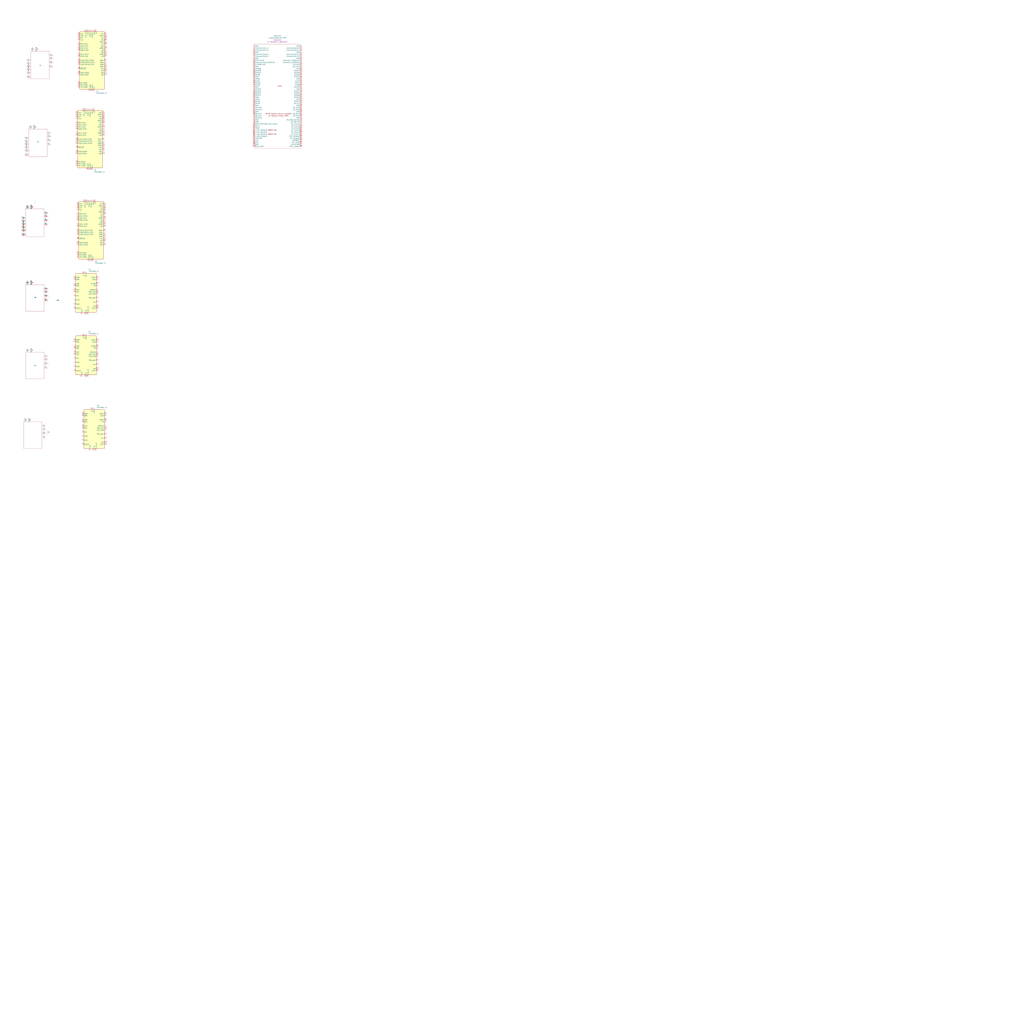
<source format=kicad_sch>
(kicad_sch (version 20250114) (generator "eeschema") (generator_version "9.0")
  (paper "User" 1270 1270)
  (lib_symbols
    (symbol "CM5IO:ComputeModule5-CM5"
      (property "Reference" "Module" (at 113.03 -68.58 0))
      (property "Value" "ComputeModule5-CM5" (at 140.97 2.54 0))
      (property "Field4" "Amphenol" (at 0 0 0))
      (property "Field5" "2x 10164227-1001A1RLF" (at 0 -2.54 0))
      (symbol "ComputeModule5-CM5_1_0"
        (text "GPIO" (at 0 6.35 0) (effects (font (size 1.27 1.27))))
      )
      (symbol "ComputeModule5-CM5_1_1"
        (rectangle (start -30.48 -71.12) (end 25.4 58.42))
        (text "600mA Max" (at -8.89 -48.26 0) (effects (font (size 1.27 1.27))))
        (text "600mA Max" (at -8.89 -53.34 0) (effects (font (size 1.27 1.27))))
        (text "NB SD signals are only available" (at -1.27 -27.94 0) (effects (font (size 1.27 1.27))))
        (text "on modules without eMMC" (at -1.27 -30.48 0) (effects (font (size 1.27 1.27))))
        (pin power_in line (at -33.02 55.88 0) (length 2.54) (name "GND") (number "2"))
        (pin passive line (at -33.02 53.34 0) (length 2.54) (name "Ethernet_Pair1_P") (number "4"))
        (pin passive line (at -33.02 50.8 0) (length 2.54) (name "Ethernet_Pair1_N") (number "6"))
        (pin power_in line (at -33.02 48.26 0) (length 2.54) (name "GND") (number "8"))
        (pin passive line (at -33.02 45.72 0) (length 2.54) (name "Ethernet_Pair0_N") (number "10"))
        (pin passive line (at -33.02 43.18 0) (length 2.54) (name "Ethernet_Pair0_P") (number "12"))
        (pin power_in line (at -33.02 40.64 0) (length 2.54) (name "GND") (number "14"))
        (pin input line (at -33.02 38.1 0) (length 2.54) (name "FAN_TACHO") (number "16"))
        (pin input line (at -33.02 35.56 0) (length 2.54) (name "Ethernet_SYNC_OUT(3.3v)") (number "18"))
        (pin passive line (at -33.02 33.02 0) (length 2.54) (name "EEPROM_nWP") (number "20"))
        (pin power_in line (at -33.02 30.48 0) (length 2.54) (name "GND") (number "22"))
        (pin passive line (at -33.02 27.94 0) (length 2.54) (name "GPIO26") (number "24"))
        (pin passive line (at -33.02 25.4 0) (length 2.54) (name "GPIO19") (number "26"))
        (pin passive line (at -33.02 22.86 0) (length 2.54) (name "GPIO13") (number "28"))
        (pin passive line (at -33.02 20.32 0) (length 2.54) (name "GPIO6") (number "30"))
        (pin power_in line (at -33.02 17.78 0) (length 2.54) (name "GND") (number "32"))
        (pin passive line (at -33.02 15.24 0) (length 2.54) (name "GPIO5") (number "34"))
        (pin passive line (at -33.02 12.7 0) (length 2.54) (name "ID_SD") (number "36"))
        (pin passive line (at -33.02 10.16 0) (length 2.54) (name "GPIO11") (number "38"))
        (pin passive line (at -33.02 7.62 0) (length 2.54) (name "GPIO9") (number "40"))
        (pin power_in line (at -33.02 5.08 0) (length 2.54) (name "GND") (number "42"))
        (pin passive line (at -33.02 2.54 0) (length 2.54) (name "GPIO10") (number "44"))
        (pin passive line (at -33.02 0 0) (length 2.54) (name "GPIO22") (number "46"))
        (pin passive line (at -33.02 -2.54 0) (length 2.54) (name "GPIO27") (number "48"))
        (pin passive line (at -33.02 -5.08 0) (length 2.54) (name "GPIO17") (number "50"))
        (pin power_in line (at -33.02 -7.62 0) (length 2.54) (name "GND") (number "52"))
        (pin passive line (at -33.02 -10.16 0) (length 2.54) (name "GPIO4") (number "54"))
        (pin passive line (at -33.02 -12.7 0) (length 2.54) (name "GPIO3") (number "56"))
        (pin passive line (at -33.02 -15.24 0) (length 2.54) (name "GPIO2") (number "58"))
        (pin power_in line (at -33.02 -17.78 0) (length 2.54) (name "GND") (number "60"))
        (pin passive line (at -33.02 -20.32 0) (length 2.54) (name "SD_CMD") (number "62"))
        (pin passive line (at -33.02 -22.86 0) (length 2.54) (name "SD_DAT5") (number "64"))
        (pin power_in line (at -33.02 -25.4 0) (length 2.54) (name "GND") (number "66"))
        (pin passive line (at -33.02 -27.94 0) (length 2.54) (name "SD_DAT4") (number "68"))
        (pin passive line (at -33.02 -30.48 0) (length 2.54) (name "SD_DAT7") (number "70"))
        (pin passive line (at -33.02 -33.02 0) (length 2.54) (name "SD_DAT6") (number "72"))
        (pin power_in line (at -33.02 -35.56 0) (length 2.54) (name "GND") (number "74"))
        (pin passive line (at -33.02 -38.1 0) (length 2.54) (name "VBAT") (number "76"))
        (pin power_in line (at -33.02 -40.64 0) (length 2.54) (name "GPIO_VREF(1.8v/3.3v_Input)") (number "78"))
        (pin passive line (at -33.02 -43.18 0) (length 2.54) (name "SCL0") (number "80"))
        (pin passive line (at -33.02 -45.72 0) (length 2.54) (name "SDA0") (number "82"))
        (pin power_out line (at -33.02 -48.26 0) (length 2.54) (name "+3.3v_(Output)") (number "84"))
        (pin passive line (at -33.02 -50.8 0) (length 2.54) (name "+3.3v_(Output)") (number "86"))
        (pin power_out line (at -33.02 -53.34 0) (length 2.54) (name "+1.8v_(Output)") (number "88"))
        (pin passive line (at -33.02 -55.88 0) (length 2.54) (name "+1.8v_(Output)") (number "90"))
        (pin passive line (at -33.02 -58.42 0) (length 2.54) (name "PWR_BUT") (number "92"))
        (pin passive line (at -33.02 -60.96 0) (length 2.54) (name "CC1") (number "94"))
        (pin passive line (at -33.02 -63.5 0) (length 2.54) (name "CC2") (number "96"))
        (pin power_in line (at -33.02 -66.04 0) (length 2.54) (name "GND") (number "98"))
        (pin passive line (at -33.02 -68.58 0) (length 2.54) (name "CAM_GPIO1") (number "100"))
        (pin power_in line (at 27.94 55.88 180) (length 2.54) (name "GND") (number "1"))
        (pin passive line (at 27.94 53.34 180) (length 2.54) (name "Ethernet_Pair3_P") (number "3"))
        (pin passive line (at 27.94 50.8 180) (length 2.54) (name "Ethernet_Pair3_N") (number "5"))
        (pin power_in line (at 27.94 48.26 180) (length 2.54) (name "GND") (number "7"))
        (pin passive line (at 27.94 45.72 180) (length 2.54) (name "Ethernet_Pair2_N") (number "9"))
        (pin passive line (at 27.94 43.18 180) (length 2.54) (name "Ethernet_Pair2_P") (number "11"))
        (pin power_in line (at 27.94 40.64 180) (length 2.54) (name "GND") (number "13"))
        (pin output line (at 27.94 38.1 180) (length 2.54) (name "Ethernet_nLED3(3.3v)") (number "15"))
        (pin output line (at 27.94 35.56 180) (length 2.54) (name "Ethernet_nLED2(3.3v)") (number "17"))
        (pin output line (at 27.94 33.02 180) (length 2.54) (name "FAN_PWM") (number "19"))
        (pin open_collector line (at 27.94 30.48 180) (length 2.54) (name "LED_nACT") (number "21"))
        (pin power_in line (at 27.94 27.94 180) (length 2.54) (name "GND") (number "23"))
        (pin passive line (at 27.94 25.4 180) (length 2.54) (name "GPIO21") (number "25"))
        (pin passive line (at 27.94 22.86 180) (length 2.54) (name "GPIO20") (number "27"))
        (pin passive line (at 27.94 20.32 180) (length 2.54) (name "GPIO16") (number "29"))
        (pin passive line (at 27.94 17.78 180) (length 2.54) (name "GPIO12") (number "31"))
        (pin power_in line (at 27.94 15.24 180) (length 2.54) (name "GND") (number "33"))
        (pin passive line (at 27.94 12.7 180) (length 2.54) (name "ID_SC") (number "35"))
        (pin passive line (at 27.94 10.16 180) (length 2.54) (name "GPIO7") (number "37"))
        (pin passive line (at 27.94 7.62 180) (length 2.54) (name "GPIO8") (number "39"))
        (pin passive line (at 27.94 5.08 180) (length 2.54) (name "GPIO25") (number "41"))
        (pin power_in line (at 27.94 2.54 180) (length 2.54) (name "GND") (number "43"))
        (pin passive line (at 27.94 0 180) (length 2.54) (name "GPIO24") (number "45"))
        (pin passive line (at 27.94 -2.54 180) (length 2.54) (name "GPIO23") (number "47"))
        (pin passive line (at 27.94 -5.08 180) (length 2.54) (name "GPIO18") (number "49"))
        (pin passive line (at 27.94 -7.62 180) (length 2.54) (name "GPIO15") (number "51"))
        (pin power_in line (at 27.94 -10.16 180) (length 2.54) (name "GND") (number "53"))
        (pin passive line (at 27.94 -12.7 180) (length 2.54) (name "GPIO14") (number "55"))
        (pin passive line (at 27.94 -15.24 180) (length 2.54) (name "SD_CLK") (number "57"))
        (pin power_in line (at 27.94 -17.78 180) (length 2.54) (name "GND") (number "59"))
        (pin passive line (at 27.94 -20.32 180) (length 2.54) (name "SD_DAT3") (number "61"))
        (pin passive line (at 27.94 -22.86 180) (length 2.54) (name "SD_DAT0") (number "63"))
        (pin power_in line (at 27.94 -25.4 180) (length 2.54) (name "GND") (number "65"))
        (pin passive line (at 27.94 -27.94 180) (length 2.54) (name "SD_DAT1") (number "67"))
        (pin passive line (at 27.94 -30.48 180) (length 2.54) (name "SD_DAT2") (number "69"))
        (pin power_in line (at 27.94 -33.02 180) (length 2.54) (name "GND") (number "71"))
        (pin input line (at 27.94 -35.56 180) (length 2.54) (name "SD_VDD_Override") (number "73"))
        (pin output line (at 27.94 -38.1 180) (length 2.54) (name "SD_PWR_ON") (number "75"))
        (pin power_in line (at 27.94 -40.64 180) (length 2.54) (name "+5v_(Input)") (number "77"))
        (pin power_in line (at 27.94 -43.18 180) (length 2.54) (name "+5v_(Input)") (number "79"))
        (pin power_in line (at 27.94 -45.72 180) (length 2.54) (name "+5v_(Input)") (number "81"))
        (pin power_in line (at 27.94 -48.26 180) (length 2.54) (name "+5v_(Input)") (number "83"))
        (pin power_in line (at 27.94 -50.8 180) (length 2.54) (name "+5v_(Input)") (number "85"))
        (pin power_in line (at 27.94 -53.34 180) (length 2.54) (name "+5v_(Input)") (number "87"))
        (pin input line (at 27.94 -55.88 180) (length 2.54) (name "WiFi_nDisable") (number "89"))
        (pin input line (at 27.94 -58.42 180) (length 2.54) (name "BT_nDisable") (number "91"))
        (pin input line (at 27.94 -60.96 180) (length 2.54) (name "nRPIBOOT") (number "93"))
        (pin output line (at 27.94 -63.5 180) (length 2.54) (name "LED_nPWR") (number "95"))
        (pin passive line (at 27.94 -66.04 180) (length 2.54) (name "CAM_GPIO0") (number "97"))
        (pin input line (at 27.94 -68.58 180) (length 2.54) (name "PMIC_ENABLE") (number "99"))
      )
      (symbol "ComputeModule5-CM5_2_1"
        (rectangle (start 114.3 -66.04) (end 165.1 63.5))
        (text "High Speed Serial" (at 140.97 0 0) (effects (font (size 1.27 1.27))))
        (pin input line (at 109.22 60.96 0) (length 5.08) (name "PCIe_nCLKREQ") (number "102"))
        (pin input line (at 109.22 58.42 0) (length 5.08) (name "PCIE_nWAKE") (number "104"))
        (pin output line (at 109.22 55.88 0) (length 5.08) (name "PCIE_PWR_EN") (number "106"))
        (pin power_in line (at 109.22 53.34 0) (length 5.08) (name "GND") (number "108"))
        (pin output line (at 109.22 50.8 0) (length 5.08) (name "PCIe_CLK_P") (number "110"))
        (pin output line (at 109.22 48.26 0) (length 5.08) (name "PCIe_CLK_N") (number "112"))
        (pin power_in line (at 109.22 45.72 0) (length 5.08) (name "GND") (number "114"))
        (pin input line (at 109.22 43.18 0) (length 5.08) (name "PCIe_RX_P") (number "116"))
        (pin input line (at 109.22 40.64 0) (length 5.08) (name "PCIe_RX_N") (number "118"))
        (pin power_in line (at 109.22 38.1 0) (length 5.08) (name "GND") (number "120"))
        (pin output line (at 109.22 35.56 0) (length 5.08) (name "PCIe_TX_P") (number "122"))
        (pin output line (at 109.22 33.02 0) (length 5.08) (name "PCIe_TX_N") (number "124"))
        (pin power_in line (at 109.22 30.48 0) (length 5.08) (name "GND") (number "126"))
        (pin input line (at 109.22 27.94 0) (length 5.08) (name "USB3-0-RX_N") (number "128"))
        (pin input line (at 109.22 25.4 0) (length 5.08) (name "USB3-0-RX_P") (number "130"))
        (pin power_in line (at 109.22 22.86 0) (length 5.08) (name "GND") (number "132"))
        (pin passive line (at 109.22 20.32 0) (length 5.08) (name "USB3-0-D_P") (number "134"))
        (pin passive line (at 109.22 17.78 0) (length 5.08) (name "USB3-0-D_N") (number "136"))
        (pin power_in line (at 109.22 15.24 0) (length 5.08) (name "GND") (number "138"))
        (pin output line (at 109.22 12.7 0) (length 5.08) (name "USB3-0-TX_N") (number "140"))
        (pin output line (at 109.22 10.16 0) (length 5.08) (name "USB3-0-TX_P") (number "142"))
        (pin power_in line (at 109.22 7.62 0) (length 5.08) (name "GND") (number "144"))
        (pin output line (at 109.22 5.08 0) (length 5.08) (name "HDMI1_TX2_P") (number "146"))
        (pin output line (at 109.22 2.54 0) (length 5.08) (name "HDMI1_TX2_N") (number "148"))
        (pin power_in line (at 109.22 0 0) (length 5.08) (name "GND") (number "150"))
        (pin output line (at 109.22 -2.54 0) (length 5.08) (name "HDMI1_TX1_P") (number "152"))
        (pin output line (at 109.22 -5.08 0) (length 5.08) (name "HDMI1_TX1_N") (number "154"))
        (pin power_in line (at 109.22 -7.62 0) (length 5.08) (name "GND") (number "156"))
        (pin output line (at 109.22 -10.16 0) (length 5.08) (name "HDMI1_TX0_P") (number "158"))
        (pin output line (at 109.22 -12.7 0) (length 5.08) (name "HDMI1_TX0_N") (number "160"))
        (pin power_in line (at 109.22 -15.24 0) (length 5.08) (name "GND") (number "162"))
        (pin output line (at 109.22 -17.78 0) (length 5.08) (name "HDMI1_CLK_P") (number "164"))
        (pin output line (at 109.22 -20.32 0) (length 5.08) (name "HDMI1_CLK_N") (number "166"))
        (pin power_in line (at 109.22 -22.86 0) (length 5.08) (name "GND") (number "168"))
        (pin output line (at 109.22 -25.4 0) (length 5.08) (name "HDMI0_TX2_P") (number "170"))
        (pin output line (at 109.22 -27.94 0) (length 5.08) (name "HDMI0_TX2_N") (number "172"))
        (pin power_in line (at 109.22 -30.48 0) (length 5.08) (name "GND") (number "174"))
        (pin output line (at 109.22 -33.02 0) (length 5.08) (name "HDMI0_TX1_P") (number "176"))
        (pin output line (at 109.22 -35.56 0) (length 5.08) (name "HDMI0_TX1_N") (number "178"))
        (pin power_in line (at 109.22 -38.1 0) (length 5.08) (name "GND") (number "180"))
        (pin output line (at 109.22 -40.64 0) (length 5.08) (name "HDMI0_TX0_P") (number "182"))
        (pin output line (at 109.22 -43.18 0) (length 5.08) (name "HDMI0_TX0_N") (number "184"))
        (pin power_in line (at 109.22 -45.72 0) (length 5.08) (name "GND") (number "186"))
        (pin output line (at 109.22 -48.26 0) (length 5.08) (name "HDMI0_CLK_P") (number "188"))
        (pin output line (at 109.22 -50.8 0) (length 5.08) (name "HDMI0_CLK_N") (number "190"))
        (pin power_in line (at 109.22 -53.34 0) (length 5.08) (name "GND") (number "192"))
        (pin output line (at 109.22 -55.88 0) (length 5.08) (name "MIPI1_D3_N") (number "194"))
        (pin output line (at 109.22 -58.42 0) (length 5.08) (name "MIPI1_D3_P") (number "196"))
        (pin power_in line (at 109.22 -60.96 0) (length 5.08) (name "GND") (number "198"))
        (pin open_collector line (at 109.22 -63.5 0) (length 5.08) (name "HDMI0_SCL") (number "200"))
        (pin input line (at 170.18 60.96 180) (length 5.08) (name "USB_OTG_ID") (number "101"))
        (pin passive line (at 170.18 58.42 180) (length 5.08) (name "USB2_N") (number "103"))
        (pin passive line (at 170.18 55.88 180) (length 5.08) (name "USB2_P") (number "105"))
        (pin power_in line (at 170.18 53.34 180) (length 5.08) (name "GND") (number "107"))
        (pin output line (at 170.18 50.8 180) (length 5.08) (name "PCIe_nRST") (number "109"))
        (pin output line (at 170.18 48.26 180) (length 5.08) (name "VBUS_EN") (number "111"))
        (pin power_in line (at 170.18 45.72 180) (length 5.08) (name "GND") (number "113"))
        (pin input line (at 170.18 43.18 180) (length 5.08) (name "MIPI0_D0_N") (number "115"))
        (pin input line (at 170.18 40.64 180) (length 5.08) (name "MIPI0_D0_P") (number "117"))
        (pin power_in line (at 170.18 38.1 180) (length 5.08) (name "GND") (number "119"))
        (pin input line (at 170.18 35.56 180) (length 5.08) (name "MIPI0_D1_N") (number "121"))
        (pin input line (at 170.18 33.02 180) (length 5.08) (name "MIPI0_D1_P") (number "123"))
        (pin power_in line (at 170.18 30.48 180) (length 5.08) (name "GND") (number "125"))
        (pin input line (at 170.18 27.94 180) (length 5.08) (name "MIPI0_C_N") (number "127"))
        (pin input line (at 170.18 25.4 180) (length 5.08) (name "MIPI0_C_P") (number "129"))
        (pin power_in line (at 170.18 22.86 180) (length 5.08) (name "GND") (number "131"))
        (pin input line (at 170.18 20.32 180) (length 5.08) (name "MIPI0_D2_N") (number "133"))
        (pin input line (at 170.18 17.78 180) (length 5.08) (name "MIPI0_D2_P") (number "135"))
        (pin power_in line (at 170.18 15.24 180) (length 5.08) (name "GND") (number "137"))
        (pin input line (at 170.18 12.7 180) (length 5.08) (name "MIPI0_D3_N") (number "139"))
        (pin input line (at 170.18 10.16 180) (length 5.08) (name "MIPI0_D3_P") (number "141"))
        (pin input line (at 170.18 7.62 180) (length 5.08) (name "HDMI1_HOTPLUG") (number "143"))
        (pin bidirectional line (at 170.18 5.08 180) (length 5.08) (name "HDMI1_SDA") (number "145"))
        (pin open_collector line (at 170.18 2.54 180) (length 5.08) (name "HDMI1_SCL") (number "147"))
        (pin open_collector line (at 170.18 0 180) (length 5.08) (name "HDMI1_CEC") (number "149"))
        (pin open_collector line (at 170.18 -2.54 180) (length 5.08) (name "HDMI0_CEC") (number "151"))
        (pin input line (at 170.18 -5.08 180) (length 5.08) (name "HDMI0_HOTPLUG") (number "153"))
        (pin power_in line (at 170.18 -7.62 180) (length 5.08) (name "GND") (number "155"))
        (pin input line (at 170.18 -10.16 180) (length 5.08) (name "USB3-1-RX_N") (number "157"))
        (pin input line (at 170.18 -12.7 180) (length 5.08) (name "USB3-1-RX_P") (number "159"))
        (pin power_in line (at 170.18 -15.24 180) (length 5.08) (name "GND") (number "161"))
        (pin passive line (at 170.18 -17.78 180) (length 5.08) (name "USB3-1-D_P") (number "163"))
        (pin passive line (at 170.18 -20.32 180) (length 5.08) (name "USB3-1-D_N") (number "165"))
        (pin power_in line (at 170.18 -22.86 180) (length 5.08) (name "GND") (number "167"))
        (pin output line (at 170.18 -25.4 180) (length 5.08) (name "USB3-1-TX_N") (number "169"))
        (pin output line (at 170.18 -27.94 180) (length 5.08) (name "USB3-1-TX_P") (number "171"))
        (pin power_in line (at 170.18 -30.48 180) (length 5.08) (name "GND") (number "173"))
        (pin output line (at 170.18 -33.02 180) (length 5.08) (name "MIPI1_D0_N") (number "175"))
        (pin output line (at 170.18 -35.56 180) (length 5.08) (name "MIPI1_D0_P") (number "177"))
        (pin power_in line (at 170.18 -38.1 180) (length 5.08) (name "GND") (number "179"))
        (pin output line (at 170.18 -40.64 180) (length 5.08) (name "MIPI1_D1_N") (number "181"))
        (pin output line (at 170.18 -43.18 180) (length 5.08) (name "MIPI1_D1_P") (number "183"))
        (pin power_in line (at 170.18 -45.72 180) (length 5.08) (name "GND") (number "185"))
        (pin output line (at 170.18 -48.26 180) (length 5.08) (name "MIPI1_C_N") (number "187"))
        (pin output line (at 170.18 -50.8 180) (length 5.08) (name "MIPI1_C_P") (number "189"))
        (pin power_in line (at 170.18 -53.34 180) (length 5.08) (name "GND") (number "191"))
        (pin output line (at 170.18 -55.88 180) (length 5.08) (name "MIPI1_D2_N") (number "193"))
        (pin output line (at 170.18 -58.42 180) (length 5.08) (name "MIPI1_D2_P") (number "195"))
        (pin power_in line (at 170.18 -60.96 180) (length 5.08) (name "GND") (number "197"))
        (pin bidirectional line (at 170.18 -63.5 180) (length 5.08) (name "HDMI0_SDA") (number "199"))
      )
    )
    (symbol "Driver_Motor:TMC2209-LA"
      (property "Reference" "U" (at -11.684 26.924 0))
      (property "Value" "TMC2209-LA" (at 13.208 26.924 0))
      (symbol "TMC2209-LA_0_1"
        (rectangle (start -12.7 25.4) (end 12.7 -22.86) (stroke (width 0.254)) (fill (type background)))
      )
      (symbol "TMC2209-LA_1_1"
        (pin input line (at -15.24 20.32 0) (length 2.54) (name "STEP") (number "16"))
        (pin input line (at -15.24 17.78 0) (length 2.54) (name "DIR") (number "19"))
        (pin input line (at -15.24 12.7 0) (length 2.54) (name "CLK") (number "13"))
        (pin bidirectional line (at -15.24 7.62 0) (length 2.54) (name "~{PD}/UART") (number "14"))
        (pin input line (at -15.24 2.54 0) (length 2.54) (name "MS1/AD0") (number "9"))
        (pin input line (at -15.24 0 0) (length 2.54) (name "MS2/AD1") (number "10"))
        (pin input line (at -15.24 -2.54 0) (length 2.54) (name "SPREAD") (number "7"))
        (pin input line (at -15.24 -7.62 0) (length 2.54) (name "~{EN}") (number "2"))
        (pin input line (at -15.24 -10.16 0) (length 2.54) (name "STDBY") (number "20"))
        (pin output line (at -15.24 -15.24 0) (length 2.54) (name "DIAG") (number "11"))
        (pin output line (at -15.24 -17.78 0) (length 2.54) (name "INDEX") (number "12"))
        (pin power_in line (at -2.54 27.94 270) (length 2.54) (name "VCC_IO") (number "15"))
        (pin power_in line (at 0 27.94 270) (length 2.54) (name "VS") (number "22"))
        (pin passive line (at 0 27.94 270) (length 2.54) (hide yes) (name "VS") (number "28"))
        (pin passive line (at 0 -25.4 90) (length 2.54) (hide yes) (name "GND") (number "18"))
        (pin passive line (at 0 -25.4 90) (length 2.54) (hide yes) (name "GND") (number "29"))
        (pin power_in line (at 0 -25.4 90) (length 2.54) (name "GND") (number "3"))
        (pin passive line (at 2.54 -25.4 90) (length 2.54) (name "NC") (number "25"))
        (pin output line (at 5.08 27.94 270) (length 2.54) (name "VCP") (number "6"))
        (pin power_out line (at 15.24 20.32 180) (length 2.54) (name "5VOUT") (number "8"))
        (pin passive line (at 15.24 15.24 180) (length 2.54) (name "VREF") (number "17"))
        (pin input line (at 15.24 10.16 180) (length 2.54) (name "CPO") (number "4"))
        (pin input line (at 15.24 5.08 180) (length 2.54) (name "CPI") (number "5"))
        (pin output line (at 15.24 0 180) (length 2.54) (name "OA1") (number "24"))
        (pin output line (at 15.24 -2.54 180) (length 2.54) (name "OA2") (number "21"))
        (pin output line (at 15.24 -7.62 180) (length 2.54) (name "OB1") (number "26"))
        (pin output line (at 15.24 -10.16 180) (length 2.54) (name "OB2") (number "1"))
        (pin input line (at 15.24 -15.24 180) (length 2.54) (name "BRA") (number "23"))
        (pin input line (at 15.24 -17.78 180) (length 2.54) (name "BRB") (number "27"))
      )
    )
    (symbol "Driver_Motor:TMC5160A-TA"
      (property "Reference" "U" (at -11.43 38.1 0))
      (property "Value" "TMC5160A-TA" (at 10.16 38.1 0))
      (symbol "TMC5160A-TA_1_0"
        (rectangle (start -15.24 -35.56) (end 15.24 35.56) (stroke (width 0.254)) (fill (type background)))
      )
      (symbol "TMC5160A-TA_1_1"
        (pin passive line (at -17.78 33.02 0) (length 2.54) (name "VCP") (number "34"))
        (pin passive line (at -17.78 30.48 0) (length 2.54) (name "CPO") (number "31"))
        (pin passive line (at -17.78 27.94 0) (length 2.54) (name "CPI") (number "32"))
        (pin input line (at -17.78 25.4 0) (length 2.54) (name "CLK") (number "12"))
        (pin input line (at -17.78 20.32 0) (length 2.54) (name "~{CS}/CFG3") (number "13"))
        (pin input line (at -17.78 17.78 0) (length 2.54) (name "SCK/CFG2") (number "14"))
        (pin input line (at -17.78 15.24 0) (length 2.54) (name "SDI/CFG1") (number "15"))
        (pin bidirectional line (at -17.78 12.7 0) (length 2.54) (name "SDO/CFG0") (number "16"))
        (pin input line (at -17.78 7.62 0) (length 2.54) (name "REFL/STEP") (number "17"))
        (pin input line (at -17.78 5.08 0) (length 2.54) (name "REFR/DIR") (number "18"))
        (pin bidirectional line (at -17.78 0 0) (length 2.54) (name "ENCN/DCO/CFG6") (number "25"))
        (pin input line (at -17.78 -2.54 0) (length 2.54) (name "ENCB/DCEN/CFG4") (number "23"))
        (pin input line (at -17.78 -5.08 0) (length 2.54) (name "ENCA/DCIN/CFG5") (number "24"))
        (pin input line (at -17.78 -10.16 0) (length 2.54) (name "~{DRV_EN}") (number "28"))
        (pin bidirectional line (at -17.78 -15.24 0) (length 2.54) (name "SWN/DIAG0") (number "26"))
        (pin bidirectional line (at -17.78 -17.78 0) (length 2.54) (name "SWP/DIAG1") (number "27"))
        (pin input line (at -17.78 -27.94 0) (length 2.54) (name "SD_MODE") (number "21"))
        (pin input line (at -17.78 -30.48 0) (length 2.54) (name "SPI_MODE") (number "22"))
        (pin input line (at -17.78 -33.02 0) (length 2.54) (name "TST_MODE") (number "11"))
        (pin power_in line (at -7.62 38.1 270) (length 2.54) (name "VCC_IO") (number "20"))
        (pin power_in line (at -5.08 38.1 270) (length 2.54) (name "VCC") (number "29"))
        (pin power_out line (at -2.54 38.1 270) (length 2.54) (name "5VOUT") (number "5"))
        (pin power_in line (at -2.54 -38.1 90) (length 2.54) (name "GNDD") (number "19"))
        (pin passive line (at -2.54 -38.1 90) (length 2.54) (hide yes) (name "GNDD") (number "30"))
        (pin power_out line (at 0 38.1 270) (length 2.54) (name "12VOUT") (number "3"))
        (pin power_in line (at 0 -38.1 90) (length 2.54) (name "GNDA") (number "6"))
        (pin power_in line (at 2.54 38.1 270) (length 2.54) (name "VSA") (number "4"))
        (pin power_in line (at 2.54 -38.1 90) (length 2.54) (name "EP") (number "49"))
        (pin power_in line (at 5.08 38.1 270) (length 2.54) (name "VS") (number "33"))
        (pin output line (at 17.78 33.02 180) (length 2.54) (name "HA1") (number "41"))
        (pin passive line (at 17.78 30.48 180) (length 2.54) (name "BMA1") (number "40"))
        (pin output line (at 17.78 27.94 180) (length 2.54) (name "LA1") (number "39"))
        (pin output line (at 17.78 25.4 180) (length 2.54) (name "HA2") (number "36"))
        (pin passive line (at 17.78 22.86 180) (length 2.54) (name "BMA2") (number "37"))
        (pin output line (at 17.78 20.32 180) (length 2.54) (name "LA2") (number "38"))
        (pin output line (at 17.78 17.78 180) (length 2.54) (name "HB1") (number "1"))
        (pin passive line (at 17.78 15.24 180) (length 2.54) (name "BMB1") (number "48"))
        (pin output line (at 17.78 12.7 180) (length 2.54) (name "LB1") (number "47"))
        (pin output line (at 17.78 10.16 180) (length 2.54) (name "HB2") (number "44"))
        (pin passive line (at 17.78 7.62 180) (length 2.54) (name "BMB2") (number "45"))
        (pin output line (at 17.78 5.08 180) (length 2.54) (name "LB2") (number "46"))
        (pin passive line (at 17.78 0 180) (length 2.54) (name "SRAH") (number "8"))
        (pin passive line (at 17.78 -2.54 180) (length 2.54) (name "SRAL") (number "7"))
        (pin passive line (at 17.78 -5.08 180) (length 2.54) (name "SRBH") (number "9"))
        (pin passive line (at 17.78 -7.62 180) (length 2.54) (name "SRBL") (number "10"))
        (pin passive line (at 17.78 -10.16 180) (length 2.54) (name "CA1") (number "42"))
        (pin passive line (at 17.78 -12.7 180) (length 2.54) (name "CA2") (number "35"))
        (pin passive line (at 17.78 -15.24 180) (length 2.54) (name "CB1") (number "2"))
        (pin passive line (at 17.78 -17.78 180) (length 2.54) (name "CB2") (number "43"))
      )
    )
    (symbol "Motor_NEMA17_ClosedLoop_1" (pin_names (offset 0))
      (property "Reference" "M1" (at 0 0 0))
      (symbol "Motor_NEMA17_ClosedLoop_1_0_1"
        (rectangle (start -11.43 17.78) (end 11.43 -16.51))
      )
      (symbol "Motor_NEMA17_ClosedLoop_1_1_1"
        (pin output line (at -11.43 6.35 180) (length 5.08) (name "EA+") (number "7"))
        (pin output line (at -11.43 2.54 180) (length 5.08) (name "EA-") (number "8"))
        (pin output line (at -11.43 -1.27 180) (length 5.08) (name "EB+") (number "8"))
        (pin output line (at -11.43 -5.08 180) (length 5.08) (name "EB-") (number "9"))
        (pin output line (at -11.43 -8.89 180) (length 5.08) (name "EZ+") (number "11"))
        (pin output line (at -11.43 -13.97 180) (length 5.08) (name "EZ-") (number "12"))
        (pin power_in line (at -8.89 17.78 90) (length 5.08) (name "VCC") (number "5"))
        (pin power_in line (at -3.81 17.78 90) (length 5.08) (name "EGND") (number "6"))
        (pin passive line (at 11.43 12.7 0) (length 5.08) (name "A+") (number "1"))
        (pin passive line (at 11.43 8.89 0) (length 5.08) (name "A-") (number "2"))
        (pin passive line (at 11.43 3.81 0) (length 5.08) (name "B+") (number "3"))
        (pin passive line (at 11.43 -1.27 0) (length 5.08) (name "B-") (number "4"))
      )
    )
    (symbol "Motor_NEMA17_ClosedLoop_2" (pin_names (offset 0))
      (property "Reference" "M1" (at 0 0 0))
      (symbol "Motor_NEMA17_ClosedLoop_2_0_1"
        (rectangle (start -11.43 17.78) (end 11.43 -16.51))
      )
      (symbol "Motor_NEMA17_ClosedLoop_2_1_1"
        (pin output line (at -11.43 6.35 180) (length 5.08) (name "EA+") (number "7"))
        (pin output line (at -11.43 2.54 180) (length 5.08) (name "EA-") (number "8"))
        (pin output line (at -11.43 -1.27 180) (length 5.08) (name "EB+") (number "8"))
        (pin output line (at -11.43 -5.08 180) (length 5.08) (name "EB-") (number "9"))
        (pin output line (at -11.43 -8.89 180) (length 5.08) (name "EZ+") (number "11"))
        (pin output line (at -11.43 -13.97 180) (length 5.08) (name "EZ-") (number "12"))
        (pin power_in line (at -8.89 17.78 90) (length 5.08) (name "VCC") (number "5"))
        (pin power_in line (at -3.81 17.78 90) (length 5.08) (name "EGND") (number "6"))
        (pin passive line (at 11.43 12.7 0) (length 5.08) (name "A+") (number "1"))
        (pin passive line (at 11.43 8.89 0) (length 5.08) (name "A-") (number "2"))
        (pin passive line (at 11.43 3.81 0) (length 5.08) (name "B+") (number "3"))
        (pin passive line (at 11.43 -1.27 0) (length 5.08) (name "B-") (number "4"))
      )
    )
    (symbol "NEMA Motors:Motor_NEMA14_OpenLoop" (pin_names (offset 0))
      (property "Reference" "M2" (at 0 0 0))
      (symbol "Motor_NEMA14_OpenLoop_0_1"
        (rectangle (start -11.43 16.51) (end 11.43 -16.51))
      )
      (symbol "Motor_NEMA14_OpenLoop_1_1"
        (pin power_in line (at -8.89 16.51 90) (length 5.08) (name "VCC") (number "5"))
        (pin power_in line (at -3.81 16.51 90) (length 5.08) (name "EGND") (number "6"))
        (pin passive line (at 11.43 11.43 0) (length 5.08) (name "A+") (number "1"))
        (pin passive line (at 11.43 7.62 0) (length 5.08) (name "A-") (number "2"))
        (pin passive line (at 11.43 2.54 0) (length 5.08) (name "B+") (number "3"))
        (pin passive line (at 11.43 -2.54 0) (length 5.08) (name "B-") (number "4"))
      )
    )
    (symbol "NEMA Motors:Motor_NEMA17_ClosedLoop" (pin_names (offset 0))
      (property "Reference" "M1" (at 0 0 0))
      (symbol "Motor_NEMA17_ClosedLoop_0_1"
        (rectangle (start -11.43 17.78) (end 11.43 -16.51))
      )
      (symbol "Motor_NEMA17_ClosedLoop_1_1"
        (pin output line (at -11.43 6.35 180) (length 5.08) (name "EA+") (number "7"))
        (pin output line (at -11.43 2.54 180) (length 5.08) (name "EA-") (number "8"))
        (pin output line (at -11.43 -1.27 180) (length 5.08) (name "EB+") (number "8"))
        (pin output line (at -11.43 -5.08 180) (length 5.08) (name "EB-") (number "9"))
        (pin output line (at -11.43 -8.89 180) (length 5.08) (name "EZ+") (number "11"))
        (pin output line (at -11.43 -13.97 180) (length 5.08) (name "EZ-") (number "12"))
        (pin power_in line (at -8.89 17.78 90) (length 5.08) (name "VCC") (number "5"))
        (pin power_in line (at -3.81 17.78 90) (length 5.08) (name "EGND") (number "6"))
        (pin passive line (at 11.43 12.7 0) (length 5.08) (name "A+") (number "1"))
        (pin passive line (at 11.43 8.89 0) (length 5.08) (name "A-") (number "2"))
        (pin passive line (at 11.43 3.81 0) (length 5.08) (name "B+") (number "3"))
        (pin passive line (at 11.43 -1.27 0) (length 5.08) (name "B-") (number "4"))
      )
    )
    (symbol "NEMA Motors:Motor_NEMA8_OpenLoop" (pin_names (offset 0))
      (property "Reference" "M" (at 0 0 0))
      (symbol "Motor_NEMA8_OpenLoop_0_1"
        (rectangle (start -11.43 15.24) (end 11.43 -17.78))
      )
      (symbol "Motor_NEMA8_OpenLoop_1_1"
        (pin power_in line (at -8.89 15.24 90) (length 5.08) (name "VCC") (number "5"))
        (pin power_in line (at -3.81 15.24 90) (length 5.08) (name "EGND") (number "6"))
        (pin passive line (at 11.43 10.16 0) (length 5.08) (name "A+") (number "1"))
        (pin passive line (at 11.43 6.35 0) (length 5.08) (name "A-") (number "2"))
        (pin passive line (at 11.43 1.27 0) (length 5.08) (name "B+") (number "3"))
        (pin passive line (at 11.43 -3.81 0) (length 5.08) (name "B-") (number "4"))
      )
    )
  )
  (symbol (lib_name "Motor_NEMA17_ClosedLoop_2") (lib_id "NEMA Motors:Motor_NEMA17_ClosedLoop") (at 43.18 276.86 0) (unit 1)
    (property "Reference" "M3" (at 71.628 372.618 0))
    (property "Value" "~" (at 43.18 251.46 0))
  )
  (symbol (lib_id "NEMA Motors:Motor_NEMA8_OpenLoop") (at 40.64 538.48 0) (unit 1)
    (property "Reference" "M6" (at 58.42 535.9399 0) (effects (justify left)))
    (property "Value" "~" (at 58.42 538.4799 0) (effects (justify left)))
  )
  (symbol (lib_id "Driver_Motor:TMC2209-LA") (at 106.68 361.95 180) (unit 1)
    (property "Reference" "U1" (at 109.7981 334.01 0) (effects (justify right)))
    (property "Value" "TMC2209-LA" (at 109.7981 336.55 0) (effects (justify right)))
    (property "Footprint" "Package_DFN_QFN:VQFN-28-1EP_5x5mm_P0.5mm_EP3.7x3.7mm_ThermalVias" (effects (hide yes)))
    (property "Datasheet" "https://www.analog.com/media/en/technical-documentation/data-sheets/TMC2209_datasheet_rev1.09.pdf" (effects (hide yes)))
    (property "Description" "2-phase stepper motor driver, 256 µSteps, 2.8A peak, 2.0A RMS, VS = 4.75..29V, STEP/DIR and UART interface, VQFN-28" (effects (hide yes)))
  )
  (symbol (lib_id "NEMA Motors:Motor_NEMA14_OpenLoop") (at 43.18 369.57 0) (unit 1)
    (property "Reference" "M4" (at 42.418 369.062 0) (effects (justify left)))
    (property "Value" "~" (at 60.96 368.2999 0) (effects (justify left)))
  )
  (symbol (lib_name "Motor_NEMA17_ClosedLoop_1") (lib_id "NEMA Motors:Motor_NEMA17_ClosedLoop") (at 46.99 177.8 0) (unit 1)
    (property "Reference" "M2" (at 46.99 176.022 0))
    (property "Value" "~" (at 46.99 152.4 0))
  )
  (symbol (lib_id "Driver_Motor:TMC5160A-TA") (at 113.03 285.75 0) (unit 1)
    (property "Reference" "U6" (at 117.7133 323.85 0) (effects (justify left)))
    (property "Value" "TMC5160A-TA" (at 117.7133 326.39 0) (effects (justify left)))
    (property "Footprint" "Package_QFP:TQFP-48-1EP_7x7mm_P0.5mm_EP5x5mm_ThermalVias" (effects (hide yes)))
    (property "Datasheet" "https://www.trinamic.com/fileadmin/assets/Products/ICs_Documents/TMC5160A_Datasheet_Rev1.14.pdf" (effects (hide yes)))
    (property "Description" "20A Driver for two-phase bipolar stepper motor, SPI, UART, TQFP-48" (effects (hide yes)))
  )
  (symbol (lib_id "NEMA Motors:Motor_NEMA17_ClosedLoop") (at 49.53 81.28 0) (unit 1)
    (property "Reference" "M1" (at 50.038 81.28 0))
    (property "Value" "~" (at 49.53 55.88 0))
  )
  (symbol (lib_id "Driver_Motor:TMC5160A-TA") (at 114.3 74.93 0) (unit 1)
    (property "Reference" "U4" (at 118.9833 113.03 0) (effects (justify left)))
    (property "Value" "TMC5160A-TA" (at 118.9833 115.57 0) (effects (justify left)))
    (property "Footprint" "Package_QFP:TQFP-48-1EP_7x7mm_P0.5mm_EP5x5mm_ThermalVias" (effects (hide yes)))
    (property "Datasheet" "https://www.trinamic.com/fileadmin/assets/Products/ICs_Documents/TMC5160A_Datasheet_Rev1.14.pdf" (effects (hide yes)))
    (property "Description" "20A Driver for two-phase bipolar stepper motor, SPI, UART, TQFP-48" (effects (hide yes)))
  )
  (symbol (lib_id "CM5IO:ComputeModule5-CM5") (at 346.71 113.03 0) (unit 1)
    (property "Reference" "Module1" (at 344.17 44.45 0))
    (property "Value" "ComputeModule5-CM5" (at 344.17 46.99 0))
    (property "Footprint" "CM5IO:Raspberry-Pi-5-Compute-Module" (effects (hide yes)))
    (property "Description" "RaspberryPi Compute module 5" (effects (hide yes)))
    (property "Field4" "Amphenol" (at 344.17 49.53 0))
    (property "Field5" "2x 10164227-1001A1RLF" (at 344.17 52.07 0))
  )
  (symbol (lib_id "NEMA Motors:Motor_NEMA14_OpenLoop") (at 43.18 453.39 0) (unit 1)
    (property "Reference" "M5" (at 41.91 453.39 0) (effects (justify left)))
    (property "Value" "~" (at 60.96 452.1199 0) (effects (justify left)))
  )
  (symbol (lib_id "Driver_Motor:TMC2209-LA") (at 116.84 530.86 180) (unit 1)
    (property "Reference" "U3" (at 119.9581 502.92 0) (effects (justify right)))
    (property "Value" "TMC2209-LA" (at 119.9581 505.46 0) (effects (justify right)))
    (property "Footprint" "Package_DFN_QFN:VQFN-28-1EP_5x5mm_P0.5mm_EP3.7x3.7mm_ThermalVias" (effects (hide yes)))
    (property "Datasheet" "https://www.analog.com/media/en/technical-documentation/data-sheets/TMC2209_datasheet_rev1.09.pdf" (effects (hide yes)))
    (property "Description" "2-phase stepper motor driver, 256 µSteps, 2.8A peak, 2.0A RMS, VS = 4.75..29V, STEP/DIR and UART interface, VQFN-28" (effects (hide yes)))
  )
  (symbol (lib_id "Driver_Motor:TMC5160A-TA") (at 111.76 172.72 0) (unit 1)
    (property "Reference" "U5" (at 116.4433 210.82 0) (effects (justify left)))
    (property "Value" "TMC5160A-TA" (at 116.4433 213.36 0) (effects (justify left)))
    (property "Footprint" "Package_QFP:TQFP-48-1EP_7x7mm_P0.5mm_EP5x5mm_ThermalVias" (effects (hide yes)))
    (property "Datasheet" "https://www.trinamic.com/fileadmin/assets/Products/ICs_Documents/TMC5160A_Datasheet_Rev1.14.pdf" (effects (hide yes)))
    (property "Description" "20A Driver for two-phase bipolar stepper motor, SPI, UART, TQFP-48" (effects (hide yes)))
  )
  (symbol (lib_id "Driver_Motor:TMC2209-LA") (at 106.68 439.42 180) (unit 1)
    (property "Reference" "U2" (at 109.7981 411.48 0) (effects (justify right)))
    (property "Value" "TMC2209-LA" (at 109.7981 414.02 0) (effects (justify right)))
    (property "Footprint" "Package_DFN_QFN:VQFN-28-1EP_5x5mm_P0.5mm_EP3.7x3.7mm_ThermalVias" (effects (hide yes)))
    (property "Datasheet" "https://www.analog.com/media/en/technical-documentation/data-sheets/TMC2209_datasheet_rev1.09.pdf" (effects (hide yes)))
    (property "Description" "2-phase stepper motor driver, 256 µSteps, 2.8A peak, 2.0A RMS, VS = 4.75..29V, STEP/DIR and UART interface, VQFN-28" (effects (hide yes)))
  )
)
</source>
